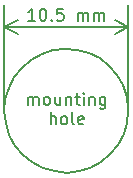
<source format=gbr>
G04 (created by PCBNEW-RS274X (2012-jan-04)-stable) date Sat 09 Jun 2012 03:25:07 PM CEST*
G01*
G70*
G90*
%MOIN*%
G04 Gerber Fmt 3.4, Leading zero omitted, Abs format*
%FSLAX34Y34*%
G04 APERTURE LIST*
%ADD10C,0.006000*%
%ADD11C,0.008000*%
G04 APERTURE END LIST*
G54D10*
G54D11*
X54953Y-42205D02*
X54724Y-42205D01*
X54838Y-42205D02*
X54838Y-41805D01*
X54800Y-41862D01*
X54762Y-41900D01*
X54724Y-41919D01*
X55200Y-41805D02*
X55239Y-41805D01*
X55277Y-41824D01*
X55296Y-41843D01*
X55315Y-41881D01*
X55334Y-41957D01*
X55334Y-42053D01*
X55315Y-42129D01*
X55296Y-42167D01*
X55277Y-42186D01*
X55239Y-42205D01*
X55200Y-42205D01*
X55162Y-42186D01*
X55143Y-42167D01*
X55124Y-42129D01*
X55105Y-42053D01*
X55105Y-41957D01*
X55124Y-41881D01*
X55143Y-41843D01*
X55162Y-41824D01*
X55200Y-41805D01*
X55505Y-42167D02*
X55524Y-42186D01*
X55505Y-42205D01*
X55486Y-42186D01*
X55505Y-42167D01*
X55505Y-42205D01*
X55886Y-41805D02*
X55695Y-41805D01*
X55676Y-41995D01*
X55695Y-41976D01*
X55733Y-41957D01*
X55829Y-41957D01*
X55867Y-41976D01*
X55886Y-41995D01*
X55905Y-42033D01*
X55905Y-42129D01*
X55886Y-42167D01*
X55867Y-42186D01*
X55829Y-42205D01*
X55733Y-42205D01*
X55695Y-42186D01*
X55676Y-42167D01*
X56381Y-42205D02*
X56381Y-41938D01*
X56381Y-41976D02*
X56400Y-41957D01*
X56438Y-41938D01*
X56496Y-41938D01*
X56534Y-41957D01*
X56553Y-41995D01*
X56553Y-42205D01*
X56553Y-41995D02*
X56572Y-41957D01*
X56610Y-41938D01*
X56667Y-41938D01*
X56705Y-41957D01*
X56724Y-41995D01*
X56724Y-42205D01*
X56914Y-42205D02*
X56914Y-41938D01*
X56914Y-41976D02*
X56933Y-41957D01*
X56971Y-41938D01*
X57029Y-41938D01*
X57067Y-41957D01*
X57086Y-41995D01*
X57086Y-42205D01*
X57086Y-41995D02*
X57105Y-41957D01*
X57143Y-41938D01*
X57200Y-41938D01*
X57238Y-41957D01*
X57257Y-41995D01*
X57257Y-42205D01*
X53933Y-42403D02*
X58067Y-42403D01*
X53933Y-45201D02*
X53933Y-41683D01*
X58067Y-45201D02*
X58067Y-41683D01*
X58067Y-42403D02*
X57624Y-42633D01*
X58067Y-42403D02*
X57624Y-42173D01*
X53933Y-42403D02*
X54376Y-42633D01*
X53933Y-42403D02*
X54376Y-42173D01*
X58067Y-45201D02*
X58027Y-45602D01*
X57911Y-45988D01*
X57721Y-46344D01*
X57466Y-46657D01*
X57155Y-46914D01*
X56800Y-47106D01*
X56415Y-47225D01*
X56014Y-47267D01*
X55613Y-47231D01*
X55226Y-47117D01*
X54869Y-46930D01*
X54554Y-46677D01*
X54295Y-46368D01*
X54101Y-46015D01*
X53979Y-45630D01*
X53934Y-45229D01*
X53967Y-44828D01*
X54079Y-44441D01*
X54263Y-44082D01*
X54514Y-43766D01*
X54821Y-43504D01*
X55173Y-43307D01*
X55557Y-43183D01*
X55957Y-43135D01*
X56358Y-43166D01*
X56747Y-43274D01*
X57107Y-43456D01*
X57425Y-43705D01*
X57689Y-44010D01*
X57888Y-44361D01*
X58015Y-44744D01*
X58066Y-45144D01*
X58067Y-45201D01*
X54730Y-45012D02*
X54730Y-44745D01*
X54730Y-44783D02*
X54749Y-44764D01*
X54787Y-44745D01*
X54845Y-44745D01*
X54883Y-44764D01*
X54902Y-44802D01*
X54902Y-45012D01*
X54902Y-44802D02*
X54921Y-44764D01*
X54959Y-44745D01*
X55016Y-44745D01*
X55054Y-44764D01*
X55073Y-44802D01*
X55073Y-45012D01*
X55320Y-45012D02*
X55282Y-44993D01*
X55263Y-44974D01*
X55244Y-44936D01*
X55244Y-44821D01*
X55263Y-44783D01*
X55282Y-44764D01*
X55320Y-44745D01*
X55378Y-44745D01*
X55416Y-44764D01*
X55435Y-44783D01*
X55454Y-44821D01*
X55454Y-44936D01*
X55435Y-44974D01*
X55416Y-44993D01*
X55378Y-45012D01*
X55320Y-45012D01*
X55797Y-44745D02*
X55797Y-45012D01*
X55625Y-44745D02*
X55625Y-44955D01*
X55644Y-44993D01*
X55682Y-45012D01*
X55740Y-45012D01*
X55778Y-44993D01*
X55797Y-44974D01*
X55987Y-44745D02*
X55987Y-45012D01*
X55987Y-44783D02*
X56006Y-44764D01*
X56044Y-44745D01*
X56102Y-44745D01*
X56140Y-44764D01*
X56159Y-44802D01*
X56159Y-45012D01*
X56292Y-44745D02*
X56444Y-44745D01*
X56349Y-44612D02*
X56349Y-44955D01*
X56368Y-44993D01*
X56406Y-45012D01*
X56444Y-45012D01*
X56578Y-45012D02*
X56578Y-44745D01*
X56578Y-44612D02*
X56559Y-44631D01*
X56578Y-44650D01*
X56597Y-44631D01*
X56578Y-44612D01*
X56578Y-44650D01*
X56768Y-44745D02*
X56768Y-45012D01*
X56768Y-44783D02*
X56787Y-44764D01*
X56825Y-44745D01*
X56883Y-44745D01*
X56921Y-44764D01*
X56940Y-44802D01*
X56940Y-45012D01*
X57302Y-44745D02*
X57302Y-45069D01*
X57283Y-45107D01*
X57264Y-45126D01*
X57225Y-45145D01*
X57168Y-45145D01*
X57130Y-45126D01*
X57302Y-44993D02*
X57264Y-45012D01*
X57187Y-45012D01*
X57149Y-44993D01*
X57130Y-44974D01*
X57111Y-44936D01*
X57111Y-44821D01*
X57130Y-44783D01*
X57149Y-44764D01*
X57187Y-44745D01*
X57264Y-44745D01*
X57302Y-44764D01*
X55473Y-45652D02*
X55473Y-45252D01*
X55645Y-45652D02*
X55645Y-45442D01*
X55626Y-45404D01*
X55588Y-45385D01*
X55530Y-45385D01*
X55492Y-45404D01*
X55473Y-45423D01*
X55892Y-45652D02*
X55854Y-45633D01*
X55835Y-45614D01*
X55816Y-45576D01*
X55816Y-45461D01*
X55835Y-45423D01*
X55854Y-45404D01*
X55892Y-45385D01*
X55950Y-45385D01*
X55988Y-45404D01*
X56007Y-45423D01*
X56026Y-45461D01*
X56026Y-45576D01*
X56007Y-45614D01*
X55988Y-45633D01*
X55950Y-45652D01*
X55892Y-45652D01*
X56254Y-45652D02*
X56216Y-45633D01*
X56197Y-45595D01*
X56197Y-45252D01*
X56560Y-45633D02*
X56522Y-45652D01*
X56445Y-45652D01*
X56407Y-45633D01*
X56388Y-45595D01*
X56388Y-45442D01*
X56407Y-45404D01*
X56445Y-45385D01*
X56522Y-45385D01*
X56560Y-45404D01*
X56579Y-45442D01*
X56579Y-45480D01*
X56388Y-45519D01*
M02*

</source>
